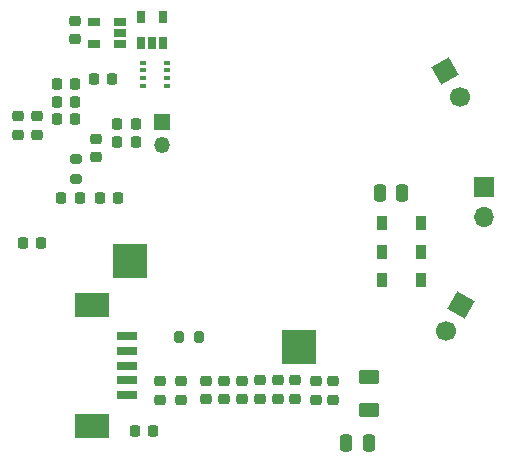
<source format=gbr>
%TF.GenerationSoftware,KiCad,Pcbnew,6.0.7-1.fc35*%
%TF.CreationDate,2022-11-05T20:30:00+01:00*%
%TF.ProjectId,sense_slim,73656e73-655f-4736-9c69-6d2e6b696361,rev?*%
%TF.SameCoordinates,Original*%
%TF.FileFunction,Soldermask,Top*%
%TF.FilePolarity,Negative*%
%FSLAX46Y46*%
G04 Gerber Fmt 4.6, Leading zero omitted, Abs format (unit mm)*
G04 Created by KiCad (PCBNEW 6.0.7-1.fc35) date 2022-11-05 20:30:00*
%MOMM*%
%LPD*%
G01*
G04 APERTURE LIST*
G04 Aperture macros list*
%AMRoundRect*
0 Rectangle with rounded corners*
0 $1 Rounding radius*
0 $2 $3 $4 $5 $6 $7 $8 $9 X,Y pos of 4 corners*
0 Add a 4 corners polygon primitive as box body*
4,1,4,$2,$3,$4,$5,$6,$7,$8,$9,$2,$3,0*
0 Add four circle primitives for the rounded corners*
1,1,$1+$1,$2,$3*
1,1,$1+$1,$4,$5*
1,1,$1+$1,$6,$7*
1,1,$1+$1,$8,$9*
0 Add four rect primitives between the rounded corners*
20,1,$1+$1,$2,$3,$4,$5,0*
20,1,$1+$1,$4,$5,$6,$7,0*
20,1,$1+$1,$6,$7,$8,$9,0*
20,1,$1+$1,$8,$9,$2,$3,0*%
%AMHorizOval*
0 Thick line with rounded ends*
0 $1 width*
0 $2 $3 position (X,Y) of the first rounded end (center of the circle)*
0 $4 $5 position (X,Y) of the second rounded end (center of the circle)*
0 Add line between two ends*
20,1,$1,$2,$3,$4,$5,0*
0 Add two circle primitives to create the rounded ends*
1,1,$1,$2,$3*
1,1,$1,$4,$5*%
%AMRotRect*
0 Rectangle, with rotation*
0 The origin of the aperture is its center*
0 $1 length*
0 $2 width*
0 $3 Rotation angle, in degrees counterclockwise*
0 Add horizontal line*
21,1,$1,$2,0,0,$3*%
G04 Aperture macros list end*
%ADD10RoundRect,0.225000X0.225000X0.250000X-0.225000X0.250000X-0.225000X-0.250000X0.225000X-0.250000X0*%
%ADD11RoundRect,0.218750X-0.256250X0.218750X-0.256250X-0.218750X0.256250X-0.218750X0.256250X0.218750X0*%
%ADD12RoundRect,0.218750X0.218750X0.256250X-0.218750X0.256250X-0.218750X-0.256250X0.218750X-0.256250X0*%
%ADD13RoundRect,0.225000X-0.225000X-0.250000X0.225000X-0.250000X0.225000X0.250000X-0.225000X0.250000X0*%
%ADD14R,1.060000X0.650000*%
%ADD15RoundRect,0.200000X-0.275000X0.200000X-0.275000X-0.200000X0.275000X-0.200000X0.275000X0.200000X0*%
%ADD16R,0.900000X1.200000*%
%ADD17RoundRect,0.200000X0.200000X0.275000X-0.200000X0.275000X-0.200000X-0.275000X0.200000X-0.275000X0*%
%ADD18R,3.000000X3.000000*%
%ADD19RoundRect,0.218750X-0.218750X-0.256250X0.218750X-0.256250X0.218750X0.256250X-0.218750X0.256250X0*%
%ADD20RoundRect,0.250000X-0.250000X-0.475000X0.250000X-0.475000X0.250000X0.475000X-0.250000X0.475000X0*%
%ADD21R,0.500000X0.350000*%
%ADD22RoundRect,0.218750X0.256250X-0.218750X0.256250X0.218750X-0.256250X0.218750X-0.256250X-0.218750X0*%
%ADD23R,0.650000X1.060000*%
%ADD24RoundRect,0.250000X0.250000X0.475000X-0.250000X0.475000X-0.250000X-0.475000X0.250000X-0.475000X0*%
%ADD25RoundRect,0.250000X0.625000X-0.375000X0.625000X0.375000X-0.625000X0.375000X-0.625000X-0.375000X0*%
%ADD26R,3.000000X2.100000*%
%ADD27R,1.700000X0.800000*%
%ADD28R,1.700000X1.700000*%
%ADD29O,1.700000X1.700000*%
%ADD30RotRect,1.700000X1.700000X150.000000*%
%ADD31HorizOval,1.700000X0.000000X0.000000X0.000000X0.000000X0*%
%ADD32RotRect,1.700000X1.700000X210.000000*%
%ADD33HorizOval,1.700000X0.000000X0.000000X0.000000X0.000000X0*%
%ADD34R,1.350000X1.350000*%
%ADD35O,1.350000X1.350000*%
G04 APERTURE END LIST*
D10*
%TO.C,C25*%
X135117888Y-86111545D03*
X133567888Y-86111545D03*
%TD*%
D11*
%TO.C,R11*%
X131957112Y-81150955D03*
X131957112Y-82725955D03*
%TD*%
D12*
%TO.C,R3*%
X131987500Y-89500000D03*
X130412500Y-89500000D03*
%TD*%
D13*
%TO.C,C29*%
X134045002Y-96188455D03*
X135595002Y-96188455D03*
%TD*%
D12*
%TO.C,C3*%
X137107502Y-89900000D03*
X135532502Y-89900000D03*
%TD*%
D14*
%TO.C,U4*%
X135780000Y-83160000D03*
X135780000Y-82210000D03*
X135780000Y-81260000D03*
X133580000Y-81260000D03*
X133580000Y-83160000D03*
%TD*%
D15*
%TO.C,R22*%
X132070002Y-92863455D03*
X132070002Y-94513455D03*
%TD*%
D11*
%TO.C,C14*%
X150620002Y-111603455D03*
X150620002Y-113178455D03*
%TD*%
D16*
%TO.C,D1*%
X161230002Y-100758455D03*
X157930002Y-100758455D03*
%TD*%
D17*
%TO.C,R15*%
X142435000Y-107910000D03*
X140785000Y-107910000D03*
%TD*%
D11*
%TO.C,C15*%
X152320002Y-111650955D03*
X152320002Y-113225955D03*
%TD*%
%TO.C,C10*%
X144580002Y-111613455D03*
X144580002Y-113188455D03*
%TD*%
D18*
%TO.C,CP2*%
X150920000Y-108750000D03*
%TD*%
D19*
%TO.C,C19*%
X127532502Y-99938455D03*
X129107502Y-99938455D03*
%TD*%
D11*
%TO.C,C12*%
X147600002Y-111603455D03*
X147600002Y-113178455D03*
%TD*%
%TO.C,R6*%
X133707112Y-91150955D03*
X133707112Y-92725955D03*
%TD*%
D20*
%TO.C,C5*%
X154920002Y-116938455D03*
X156820002Y-116938455D03*
%TD*%
D11*
%TO.C,C11*%
X146090002Y-111613455D03*
X146090002Y-113188455D03*
%TD*%
D21*
%TO.C,U1*%
X137675000Y-86663455D03*
X137675000Y-86013455D03*
X137675000Y-85363455D03*
X137675000Y-84713455D03*
X139725000Y-84713455D03*
X139725000Y-85363455D03*
X139725000Y-86013455D03*
X139725000Y-86663455D03*
%TD*%
D11*
%TO.C,R4*%
X140900000Y-111662500D03*
X140900000Y-113237500D03*
%TD*%
D16*
%TO.C,D2*%
X157930002Y-103138455D03*
X161230002Y-103138455D03*
%TD*%
D11*
%TO.C,C16*%
X153820002Y-111650955D03*
X153820002Y-113225955D03*
%TD*%
D12*
%TO.C,C2*%
X131987500Y-88000000D03*
X130412500Y-88000000D03*
%TD*%
D11*
%TO.C,C13*%
X149110002Y-111603455D03*
X149110002Y-113178455D03*
%TD*%
D22*
%TO.C,D4*%
X128750000Y-90787500D03*
X128750000Y-89212500D03*
%TD*%
D18*
%TO.C,CP1*%
X136620000Y-101500000D03*
%TD*%
D23*
%TO.C,U3*%
X137507112Y-83038455D03*
X138457112Y-83038455D03*
X139407112Y-83038455D03*
X139407112Y-80838455D03*
X137507112Y-80838455D03*
%TD*%
D24*
%TO.C,C6*%
X159670002Y-95768455D03*
X157770002Y-95768455D03*
%TD*%
D11*
%TO.C,C9*%
X143070002Y-111613455D03*
X143070002Y-113188455D03*
%TD*%
D12*
%TO.C,C4*%
X137107502Y-91400000D03*
X135532502Y-91400000D03*
%TD*%
D10*
%TO.C,C30*%
X132345002Y-96188455D03*
X130795002Y-96188455D03*
%TD*%
D22*
%TO.C,D5*%
X127100000Y-90787500D03*
X127100000Y-89212500D03*
%TD*%
D25*
%TO.C,L1*%
X156820002Y-114088455D03*
X156820002Y-111288455D03*
%TD*%
D26*
%TO.C,J3*%
X133410000Y-105260000D03*
X133410000Y-115440000D03*
D27*
X136360000Y-107850000D03*
X136360000Y-109100000D03*
X136360000Y-110350000D03*
X136360000Y-111600000D03*
X136360000Y-112850000D03*
%TD*%
D11*
%TO.C,R5*%
X139150000Y-111662500D03*
X139150000Y-113237500D03*
%TD*%
D16*
%TO.C,D3*%
X161220002Y-98248455D03*
X157920002Y-98248455D03*
%TD*%
D12*
%TO.C,C8*%
X138597500Y-115870000D03*
X137022500Y-115870000D03*
%TD*%
D10*
%TO.C,C27*%
X131975000Y-86500000D03*
X130425000Y-86500000D03*
%TD*%
D28*
%TO.C,J6*%
X166620002Y-95188455D03*
D29*
X166620002Y-97728455D03*
%TD*%
D30*
%TO.C,J7*%
X164620002Y-105188455D03*
D31*
X163350002Y-107388160D03*
%TD*%
D32*
%TO.C,J5*%
X163320002Y-85388455D03*
D33*
X164590002Y-87588160D03*
%TD*%
D34*
%TO.C,Y1*%
X139320002Y-89688455D03*
D35*
X139320002Y-91688455D03*
%TD*%
M02*

</source>
